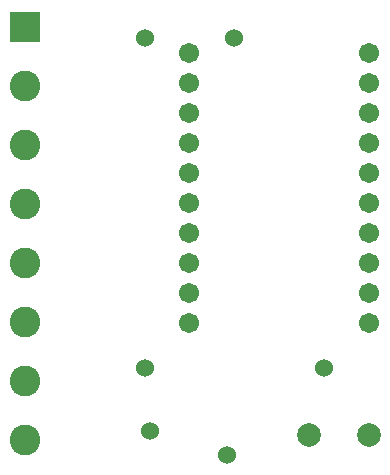
<source format=gbr>
%TF.GenerationSoftware,KiCad,Pcbnew,7.0.10*%
%TF.CreationDate,2024-02-19T12:02:35-07:00*%
%TF.ProjectId,jamie,6a616d69-652e-46b6-9963-61645f706362,rev?*%
%TF.SameCoordinates,Original*%
%TF.FileFunction,Soldermask,Bot*%
%TF.FilePolarity,Negative*%
%FSLAX46Y46*%
G04 Gerber Fmt 4.6, Leading zero omitted, Abs format (unit mm)*
G04 Created by KiCad (PCBNEW 7.0.10) date 2024-02-19 12:02:35*
%MOMM*%
%LPD*%
G01*
G04 APERTURE LIST*
%ADD10C,1.712000*%
%ADD11C,1.524000*%
%ADD12R,2.600000X2.600000*%
%ADD13C,2.600000*%
%ADD14C,2.000000*%
G04 APERTURE END LIST*
D10*
%TO.C,U2*%
X160020000Y-97790000D03*
X175260000Y-102870000D03*
X175260000Y-105410000D03*
X175260000Y-85090000D03*
X175260000Y-87630000D03*
X175260000Y-90170000D03*
X175260000Y-92710000D03*
X175260000Y-95250000D03*
X175260000Y-97790000D03*
X160020000Y-95250000D03*
X160020000Y-92710000D03*
X175260000Y-100330000D03*
X160020000Y-105410000D03*
X160020000Y-102870000D03*
X160020000Y-100330000D03*
X175260000Y-107950000D03*
X160020000Y-107950000D03*
X160020000Y-90170000D03*
X160020000Y-87630000D03*
X160020000Y-85090000D03*
%TD*%
D11*
%TO.C,U1*%
X171430000Y-111790000D03*
X156230000Y-111790000D03*
X156230000Y-83790000D03*
X163830000Y-83790000D03*
%TD*%
D12*
%TO.C,J1*%
X146070000Y-82870000D03*
D13*
X146070000Y-87870000D03*
X146070000Y-92870000D03*
X146070000Y-97870000D03*
X146070000Y-102870000D03*
X146070000Y-107870000D03*
X146070000Y-112870000D03*
X146070000Y-117870000D03*
%TD*%
D14*
%TO.C,F1*%
X175260000Y-117485000D03*
X170180000Y-117475000D03*
%TD*%
D11*
%TO.C,C1*%
X156695000Y-117110000D03*
X163195000Y-119110000D03*
%TD*%
M02*

</source>
